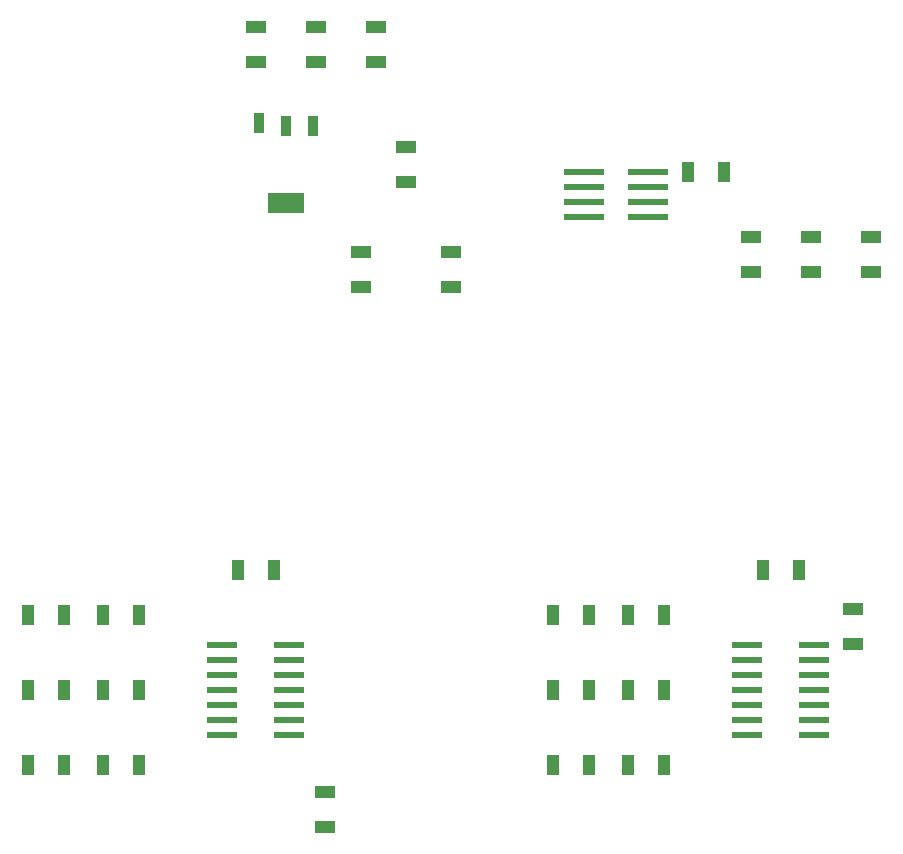
<source format=gtp>
G04*
G04 #@! TF.GenerationSoftware,Altium Limited,Altium Designer,25.2.1 (25)*
G04*
G04 Layer_Color=8421504*
%FSLAX25Y25*%
%MOIN*%
G70*
G04*
G04 #@! TF.SameCoordinates,99A0EC09-0DB1-4406-8349-B672291F68DE*
G04*
G04*
G04 #@! TF.FilePolarity,Positive*
G04*
G01*
G75*
%ADD19R,0.07100X0.04400*%
%ADD20R,0.10433X0.02362*%
%ADD21R,0.03300X0.06693*%
%ADD22R,0.12200X0.06693*%
%ADD23R,0.04400X0.07100*%
%ADD24R,0.13386X0.02362*%
D19*
X118000Y21000D02*
D03*
Y9200D02*
D03*
X294000Y81900D02*
D03*
Y70100D02*
D03*
X95000Y264100D02*
D03*
Y275900D02*
D03*
X115000Y264100D02*
D03*
Y275900D02*
D03*
X135000D02*
D03*
Y264100D02*
D03*
X280000Y205900D02*
D03*
Y194100D02*
D03*
X260000Y205900D02*
D03*
Y194100D02*
D03*
X130000Y189100D02*
D03*
Y200900D02*
D03*
X160000D02*
D03*
Y189100D02*
D03*
X145000Y224100D02*
D03*
Y235900D02*
D03*
X300000Y194100D02*
D03*
Y205900D02*
D03*
D20*
X281000Y70000D02*
D03*
X281165Y65000D02*
D03*
Y60000D02*
D03*
Y55000D02*
D03*
Y50000D02*
D03*
Y45000D02*
D03*
Y40000D02*
D03*
X258835D02*
D03*
Y45000D02*
D03*
Y50000D02*
D03*
Y55000D02*
D03*
Y60000D02*
D03*
Y65000D02*
D03*
Y70000D02*
D03*
X106000D02*
D03*
X106165Y65000D02*
D03*
Y60000D02*
D03*
Y55000D02*
D03*
Y50000D02*
D03*
Y45000D02*
D03*
Y40000D02*
D03*
X83835D02*
D03*
Y45000D02*
D03*
Y50000D02*
D03*
Y55000D02*
D03*
Y60000D02*
D03*
Y65000D02*
D03*
Y70000D02*
D03*
D21*
X95900Y243779D02*
D03*
X105000Y242795D02*
D03*
X114100D02*
D03*
D22*
X105000Y217205D02*
D03*
D23*
X219100Y30000D02*
D03*
X230900D02*
D03*
X44100D02*
D03*
X55900D02*
D03*
X205900D02*
D03*
X194100D02*
D03*
X30900D02*
D03*
X19100D02*
D03*
X205900Y55000D02*
D03*
X194100D02*
D03*
X219100D02*
D03*
X230900D02*
D03*
X100900Y95000D02*
D03*
X89100D02*
D03*
X44100Y80000D02*
D03*
X55900D02*
D03*
X44100Y55000D02*
D03*
X55900D02*
D03*
X30900Y80000D02*
D03*
X19100D02*
D03*
X30900Y55000D02*
D03*
X19100D02*
D03*
X205900Y80000D02*
D03*
X194100D02*
D03*
X219100D02*
D03*
X230900D02*
D03*
X275900Y95000D02*
D03*
X264100D02*
D03*
X250900Y227500D02*
D03*
X239100D02*
D03*
D24*
X225630D02*
D03*
Y222500D02*
D03*
Y217500D02*
D03*
Y212500D02*
D03*
X204370D02*
D03*
Y217500D02*
D03*
Y222500D02*
D03*
Y227500D02*
D03*
M02*

</source>
